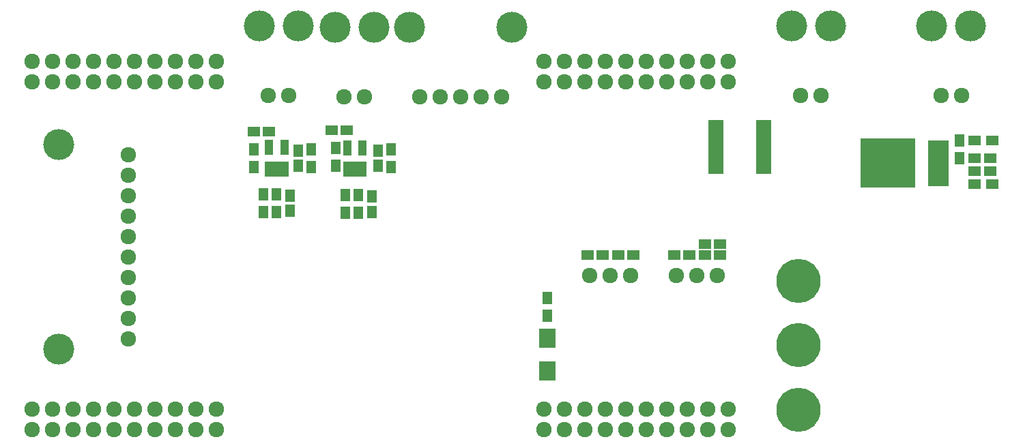
<source format=gbr>
G04 #@! TF.FileFunction,Soldermask,Top*
%FSLAX46Y46*%
G04 Gerber Fmt 4.6, Leading zero omitted, Abs format (unit mm)*
G04 Created by KiCad (PCBNEW 4.0.7) date 03/26/18 21:42:40*
%MOMM*%
%LPD*%
G01*
G04 APERTURE LIST*
%ADD10C,0.100000*%
%ADD11C,1.924000*%
%ADD12C,3.850000*%
%ADD13C,1.920000*%
%ADD14C,5.480000*%
%ADD15R,1.600000X1.150000*%
%ADD16R,1.150000X1.600000*%
%ADD17R,2.100000X2.400000*%
%ADD18R,1.300000X1.600000*%
%ADD19R,1.600000X1.300000*%
%ADD20R,1.050000X1.960000*%
%ADD21R,2.600000X1.200000*%
%ADD22R,6.800000X6.200000*%
%ADD23R,1.850000X0.850000*%
G04 APERTURE END LIST*
D10*
D11*
X167386000Y-84709000D03*
X169926000Y-84709000D03*
X172466000Y-84709000D03*
X175006000Y-84709000D03*
X177546000Y-84709000D03*
D12*
X166116000Y-76073000D03*
X178816000Y-76073000D03*
D13*
X182778400Y-126034800D03*
X205638400Y-80314800D03*
X203098400Y-80314800D03*
X195478400Y-80314800D03*
X192938400Y-123494800D03*
X198018400Y-80314800D03*
X200558400Y-80314800D03*
X198018400Y-126034800D03*
X203098400Y-123494800D03*
X192938400Y-80314800D03*
X190398400Y-80314800D03*
X203098400Y-126034800D03*
X198018400Y-123494800D03*
X195478400Y-123494800D03*
X182778400Y-123494800D03*
X185318400Y-123494800D03*
X187858400Y-123494800D03*
X190398400Y-123494800D03*
X200558400Y-123494800D03*
X205638400Y-123494800D03*
X185318400Y-126034800D03*
X187858400Y-126034800D03*
X190398400Y-126034800D03*
X192938400Y-126034800D03*
X195478400Y-126034800D03*
X200558400Y-126034800D03*
X205638400Y-126034800D03*
X182778400Y-82854800D03*
X185318400Y-82854800D03*
X187858400Y-82854800D03*
X190398400Y-82854800D03*
X192938400Y-82854800D03*
X195478400Y-82854800D03*
X198018400Y-82854800D03*
X200558400Y-82854800D03*
X203098400Y-82854800D03*
X205638400Y-82854800D03*
X182778400Y-80314800D03*
X185318400Y-80314800D03*
X187858400Y-80314800D03*
X119278400Y-123494800D03*
X121818400Y-123494800D03*
X124358400Y-123494800D03*
X126898400Y-123494800D03*
X129438400Y-123494800D03*
X131978400Y-123494800D03*
X134518400Y-123494800D03*
X137058400Y-123494800D03*
X139598400Y-123494800D03*
X142138400Y-123494800D03*
X119278400Y-126034800D03*
X121818400Y-126034800D03*
X124358400Y-126034800D03*
X126898400Y-126034800D03*
X129438400Y-126034800D03*
X131978400Y-126034800D03*
X134518400Y-126034800D03*
X137058400Y-126034800D03*
X139598400Y-126034800D03*
X142138400Y-126034800D03*
X119278400Y-82854800D03*
X121818400Y-82854800D03*
X124358400Y-82854800D03*
X126898400Y-82854800D03*
X129438400Y-82854800D03*
X131978400Y-82854800D03*
X134518400Y-82854800D03*
X137058400Y-82854800D03*
X139598400Y-82854800D03*
X142138400Y-82854800D03*
X119278400Y-80314800D03*
X121818400Y-80314800D03*
X124358400Y-80314800D03*
X126898400Y-80314800D03*
X129438400Y-80314800D03*
X131978400Y-80314800D03*
X134518400Y-80314800D03*
X137058400Y-80314800D03*
X139598400Y-80314800D03*
X142138400Y-80314800D03*
D14*
X214325200Y-107571000D03*
X214325200Y-115570000D03*
X214325200Y-123571000D03*
D15*
X191963000Y-104394000D03*
X193863000Y-104394000D03*
D11*
X131216400Y-114808000D03*
X131216400Y-112268000D03*
X131216400Y-109728000D03*
X131216400Y-107188000D03*
X131216400Y-104648000D03*
D12*
X122580400Y-116078000D03*
X122580400Y-90678000D03*
D11*
X131216400Y-102108000D03*
X131216400Y-99568000D03*
X131216400Y-97028000D03*
X131216400Y-94488000D03*
X131216400Y-91948000D03*
D15*
X188153000Y-104394000D03*
X190053000Y-104394000D03*
D16*
X161417000Y-98994000D03*
X161417000Y-97094000D03*
X151274308Y-98855966D03*
X151274308Y-96955966D03*
X162179000Y-93279000D03*
X162179000Y-91379000D03*
X152290308Y-93267966D03*
X152290308Y-91367966D03*
D15*
X156403000Y-88900000D03*
X158303000Y-88900000D03*
X146768308Y-89015966D03*
X148668308Y-89015966D03*
X198948000Y-104394000D03*
X200848000Y-104394000D03*
X202758000Y-104394000D03*
X204658000Y-104394000D03*
X238122500Y-93916500D03*
X236222500Y-93916500D03*
X238122500Y-92329000D03*
X236222500Y-92329000D03*
X202760500Y-102997000D03*
X204660500Y-102997000D03*
D17*
X183184800Y-118719600D03*
X183184800Y-114719600D03*
D18*
X183184800Y-111928000D03*
X183184800Y-109728000D03*
X156972000Y-91102000D03*
X156972000Y-93302000D03*
X146829308Y-91217966D03*
X146829308Y-93417966D03*
X159766000Y-96944000D03*
X159766000Y-99144000D03*
X149623308Y-96805966D03*
X149623308Y-99005966D03*
X163830000Y-91229000D03*
X163830000Y-93429000D03*
X153941308Y-91217966D03*
X153941308Y-93417966D03*
X158115000Y-96944000D03*
X158115000Y-99144000D03*
X147972308Y-96805966D03*
X147972308Y-99005966D03*
D19*
X238420000Y-95567500D03*
X236220000Y-95567500D03*
D18*
X234315000Y-90149500D03*
X234315000Y-92349500D03*
D19*
X238399500Y-90170000D03*
X236199500Y-90170000D03*
D12*
X156843000Y-76069000D03*
D11*
X157988000Y-84709000D03*
X160528000Y-84709000D03*
D12*
X161671000Y-76073000D03*
X147445000Y-75942000D03*
D11*
X148590000Y-84582000D03*
X151130000Y-84582000D03*
D12*
X152273000Y-75946000D03*
D11*
X188468000Y-106934000D03*
X191008000Y-106934000D03*
X193548000Y-106934000D03*
D20*
X158374000Y-93726000D03*
X159324000Y-93726000D03*
X160274000Y-93726000D03*
X160274000Y-91026000D03*
X158374000Y-91026000D03*
X148673308Y-93667966D03*
X149623308Y-93667966D03*
X150573308Y-93667966D03*
X150573308Y-90967966D03*
X148673308Y-90967966D03*
D11*
X199237600Y-106883200D03*
X201777600Y-106883200D03*
X204317600Y-106883200D03*
D21*
X231711500Y-95250000D03*
X231711500Y-94110000D03*
X231711500Y-92970000D03*
X231711500Y-91830000D03*
X231711500Y-90690000D03*
D22*
X225411500Y-92970000D03*
D12*
X213485000Y-75942000D03*
D11*
X214630000Y-84582000D03*
X217170000Y-84582000D03*
D12*
X218313000Y-75946000D03*
D23*
X210023500Y-93857000D03*
X210023500Y-93207000D03*
X210023500Y-92557000D03*
X210023500Y-91907000D03*
X210023500Y-91257000D03*
X210023500Y-90607000D03*
X210023500Y-89957000D03*
X210023500Y-89307000D03*
X210023500Y-88657000D03*
X210023500Y-88007000D03*
X204123500Y-88007000D03*
X204123500Y-88657000D03*
X204123500Y-89307000D03*
X204123500Y-89957000D03*
X204123500Y-90607000D03*
X204123500Y-91257000D03*
X204123500Y-91907000D03*
X204123500Y-92557000D03*
X204123500Y-93207000D03*
X204123500Y-93857000D03*
D12*
X230884000Y-75942000D03*
D11*
X232029000Y-84582000D03*
X234569000Y-84582000D03*
D12*
X235712000Y-75946000D03*
M02*

</source>
